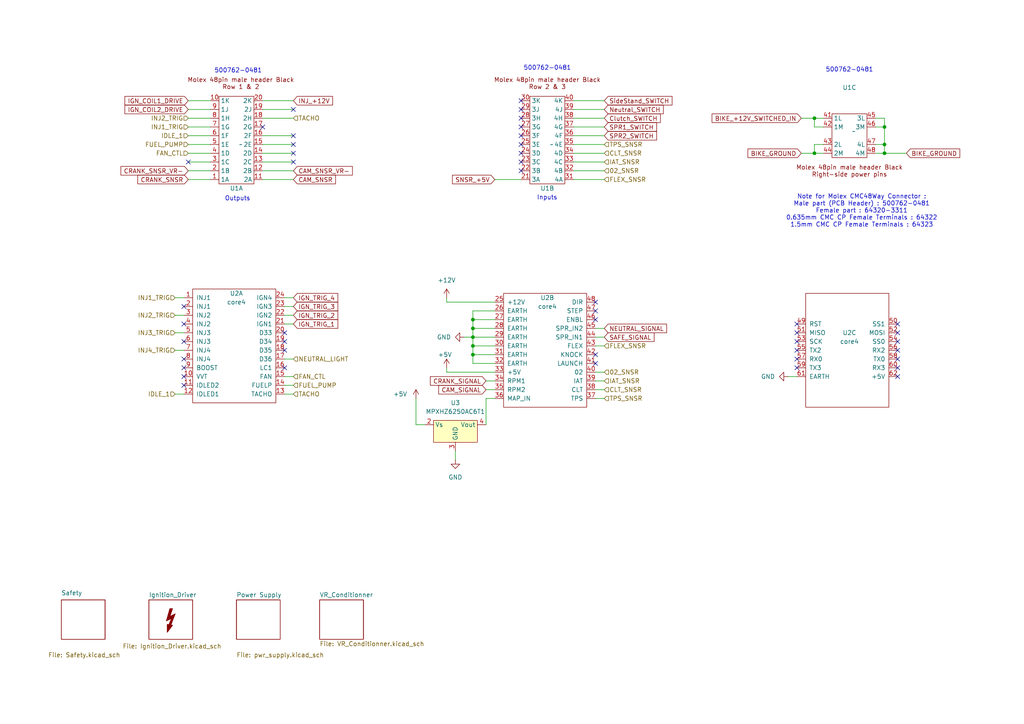
<source format=kicad_sch>
(kicad_sch (version 20231120) (generator "eeschema") (generator_version "8.0")
  (paper "A4")
  (lib_symbols
    (symbol "Core4:core4" (pin_names (offset 1.016))
      (property "Reference" "U" (at 3.81 17.78 0))
      (property "Value" "core4" (at 6.35 -19.05 0))
      (symbol "core4_0_1"
        (rectangle (start -12.7 15.24) (end 11.43 -17.78))
      )
      (symbol "core4_1_1"
        (pin input line (at -15.24 12.7 0) (length 2.54) (name "INJ1") (number "1"))
        (pin input line (at -15.24 -10.16 0) (length 2.54) (name "VVT") (number "10"))
        (pin input line (at -15.24 -12.7 0) (length 2.54) (name "IDLED2") (number "11"))
        (pin input line (at -15.24 -15.24 0) (length 2.54) (name "IDLED1") (number "12"))
        (pin input line (at 13.97 -15.24 180) (length 2.54) (name "TACHO") (number "13"))
        (pin input line (at 13.97 -12.7 180) (length 2.54) (name "FUELP") (number "14"))
        (pin input line (at 13.97 -10.16 180) (length 2.54) (name "FAN") (number "15"))
        (pin input line (at 13.97 -7.62 180) (length 2.54) (name "LC1") (number "16"))
        (pin input line (at 13.97 -5.08 180) (length 2.54) (name "D36") (number "17"))
        (pin input line (at 13.97 -2.54 180) (length 2.54) (name "D35") (number "18"))
        (pin input line (at 13.97 0 180) (length 2.54) (name "D34") (number "19"))
        (pin input line (at -15.24 10.16 0) (length 2.54) (name "INJ1") (number "2"))
        (pin input line (at 13.97 2.54 180) (length 2.54) (name "D33") (number "20"))
        (pin input line (at 13.97 5.08 180) (length 2.54) (name "IGN1") (number "21"))
        (pin input line (at 13.97 7.62 180) (length 2.54) (name "IGN2") (number "22"))
        (pin input line (at 13.97 10.16 180) (length 2.54) (name "IGN3") (number "23"))
        (pin input line (at 13.97 12.7 180) (length 2.54) (name "IGN4") (number "24"))
        (pin input line (at -15.24 7.62 0) (length 2.54) (name "INJ2") (number "3"))
        (pin input line (at -15.24 5.08 0) (length 2.54) (name "INJ2") (number "4"))
        (pin input line (at -15.24 2.54 0) (length 2.54) (name "INJ3") (number "5"))
        (pin input line (at -15.24 0 0) (length 2.54) (name "INJ3") (number "6"))
        (pin input line (at -15.24 -2.54 0) (length 2.54) (name "INJ4") (number "7"))
        (pin input line (at -15.24 -5.08 0) (length 2.54) (name "INJ4") (number "8"))
        (pin input line (at -15.24 -7.62 0) (length 2.54) (name "BOOST") (number "9"))
      )
      (symbol "core4_2_1"
        (pin input line (at -15.24 12.7 0) (length 2.54) (name "+12V") (number "25"))
        (pin input line (at -15.24 10.16 0) (length 2.54) (name "EARTH") (number "26"))
        (pin input line (at -15.24 7.62 0) (length 2.54) (name "EARTH") (number "27"))
        (pin input line (at -15.24 5.08 0) (length 2.54) (name "EARTH") (number "28"))
        (pin input line (at -15.24 2.54 0) (length 2.54) (name "EARTH") (number "29"))
        (pin input line (at -15.24 0 0) (length 2.54) (name "EARTH") (number "30"))
        (pin input line (at -15.24 -2.54 0) (length 2.54) (name "EARTH") (number "31"))
        (pin input line (at -15.24 -5.08 0) (length 2.54) (name "EARTH") (number "32"))
        (pin input line (at -15.24 -7.62 0) (length 2.54) (name "+5V") (number "33"))
        (pin input line (at -15.24 -10.16 0) (length 2.54) (name "RPM1") (number "34"))
        (pin input line (at -15.24 -12.7 0) (length 2.54) (name "RPM2") (number "35"))
        (pin input line (at -15.24 -15.24 0) (length 2.54) (name "MAP_IN") (number "36"))
        (pin input line (at 13.97 -15.24 180) (length 2.54) (name "TPS") (number "37"))
        (pin input line (at 13.97 -12.7 180) (length 2.54) (name "CLT") (number "38"))
        (pin input line (at 13.97 -10.16 180) (length 2.54) (name "IAT") (number "39"))
        (pin input line (at 13.97 -7.62 180) (length 2.54) (name "02") (number "40"))
        (pin input line (at 13.97 -5.08 180) (length 2.54) (name "LAUNCH") (number "41"))
        (pin input line (at 13.97 -2.54 180) (length 2.54) (name "KNOCK") (number "42"))
        (pin input line (at 13.97 0 180) (length 2.54) (name "FLEX") (number "43"))
        (pin input line (at 13.97 2.54 180) (length 2.54) (name "SPR_IN1") (number "44"))
        (pin input line (at 13.97 5.08 180) (length 2.54) (name "SPR_IN2") (number "45"))
        (pin input line (at 13.97 7.62 180) (length 2.54) (name "ENBL") (number "46"))
        (pin input line (at 13.97 10.16 180) (length 2.54) (name "STEP") (number "47"))
        (pin input line (at 13.97 12.7 180) (length 2.54) (name "DIR") (number "48"))
      )
      (symbol "core4_3_1"
        (pin input line (at -15.24 6.35 0) (length 2.54) (name "RST") (number "49"))
        (pin input line (at 13.97 6.35 180) (length 2.54) (name "SS1") (number "50"))
        (pin input line (at -15.24 3.81 0) (length 2.54) (name "MISO") (number "51"))
        (pin input line (at 13.97 3.81 180) (length 2.54) (name "MOSI") (number "52"))
        (pin input line (at -15.24 1.27 0) (length 2.54) (name "SCK") (number "53"))
        (pin input line (at 13.97 1.27 180) (length 2.54) (name "SS0") (number "54"))
        (pin input line (at -15.24 -1.27 0) (length 2.54) (name "TX2") (number "55"))
        (pin input line (at 13.97 -1.27 180) (length 2.54) (name "RX2") (number "56"))
        (pin input line (at -15.24 -3.81 0) (length 2.54) (name "RX0") (number "57"))
        (pin input line (at 13.97 -3.81 180) (length 2.54) (name "TX0") (number "58"))
        (pin input line (at -15.24 -6.35 0) (length 2.54) (name "TX3") (number "59"))
        (pin input line (at 13.97 -6.35 180) (length 2.54) (name "RX3") (number "60"))
        (pin input line (at -15.24 -8.89 0) (length 2.54) (name "EARTH") (number "61"))
        (pin input line (at 13.97 -8.89 180) (length 2.54) (name "+5V") (number "62"))
      )
    )
    (symbol "Graphic:SYM_Flash_Small" (in_bom no) (on_board no)
      (symbol "SYM_Flash_Small_0_1"
        (polyline (pts (xy 0.508 -1.016) (xy -1.016 -0.762) (xy -1.016 -3.048) (xy 0.508 -1.016)) (stroke (width 0.2032)) (fill (type outline)))
        (polyline (pts (xy -0.254 3.81) (xy 0.508 3.81) (xy -0.254 1.524) (xy 1.27 2.286) (xy 0 -1.016) (xy -0.508 -0.762) (xy 0.254 1.016) (xy -1.27 0.254) (xy -0.254 3.81)) (stroke (width 0.2032)) (fill (type outline)))
      )
    )
    (symbol "Molex_CMC_Conn:Molex_Conn_48_Male_Black"
      (property "Reference" "U3" (at 0 13.97 0))
      (property "Value" "~" (at 1.27 1.27 0))
      (symbol "Molex_Conn_48_Male_Black_1_1"
        (rectangle (start -5.08 12.7) (end 5.08 -12.7))
        (text "Molex 48pin male header Black\nRow 1 & 2" (at 1.27 -16.51 0) (effects (font (size 1.27 1.27))))
        (pin passive line (at -7.62 11.43 0) (length 2.54) (name "1A") (number "1"))
        (pin passive line (at -7.62 -11.43 0) (length 2.54) (name "1K") (number "10"))
        (pin passive line (at 7.62 11.43 180) (length 2.54) (name "2A") (number "11"))
        (pin passive line (at 7.62 8.89 180) (length 2.54) (name "2B") (number "12"))
        (pin passive line (at 7.62 6.35 180) (length 2.54) (name "2C") (number "13"))
        (pin passive line (at 7.62 3.81 180) (length 2.54) (name "2D") (number "14"))
        (pin passive line (at 7.62 1.27 180) (length 2.54) (name "2E") (number "15"))
        (pin passive line (at 7.62 -1.27 180) (length 2.54) (name "2F") (number "16"))
        (pin passive line (at 7.62 -3.81 180) (length 2.54) (name "2G") (number "17"))
        (pin passive line (at 7.62 -6.35 180) (length 2.54) (name "2H") (number "18"))
        (pin passive line (at 7.62 -8.89 180) (length 2.54) (name "2J") (number "19"))
        (pin passive line (at -7.62 8.89 0) (length 2.54) (name "1B") (number "2"))
        (pin passive line (at 7.62 -11.43 180) (length 2.54) (name "2K") (number "20"))
        (pin passive line (at -7.62 6.35 0) (length 2.54) (name "1C") (number "3"))
        (pin passive line (at -7.62 3.81 0) (length 2.54) (name "1D") (number "4"))
        (pin passive line (at -7.62 1.27 0) (length 2.54) (name "1E") (number "5"))
        (pin passive line (at -7.62 -1.27 0) (length 2.54) (name "1F") (number "6"))
        (pin passive line (at -7.62 -3.81 0) (length 2.54) (name "1G") (number "7"))
        (pin passive line (at -7.62 -6.35 0) (length 2.54) (name "1H") (number "8"))
        (pin passive line (at -7.62 -8.89 0) (length 2.54) (name "1J") (number "9"))
      )
      (symbol "Molex_Conn_48_Male_Black_2_1"
        (rectangle (start -5.08 12.7) (end 5.08 -12.7))
        (text "Molex 48pin male header Black\nRow 2 & 3" (at 0 -16.51 0) (effects (font (size 1.27 1.27))))
        (pin passive line (at -7.62 11.43 0) (length 2.54) (name "3A") (number "21"))
        (pin passive line (at -7.62 8.89 0) (length 2.54) (name "3B") (number "22"))
        (pin passive line (at -7.62 6.35 0) (length 2.54) (name "3C") (number "23"))
        (pin passive line (at -7.62 3.81 0) (length 2.54) (name "3D") (number "24"))
        (pin passive line (at -7.62 1.27 0) (length 2.54) (name "3E") (number "25"))
        (pin passive line (at -7.62 -1.27 0) (length 2.54) (name "3F") (number "26"))
        (pin passive line (at -7.62 -3.81 0) (length 2.54) (name "3G") (number "27"))
        (pin passive line (at -7.62 -6.35 0) (length 2.54) (name "3H") (number "28"))
        (pin passive line (at -7.62 -8.89 0) (length 2.54) (name "3J") (number "29"))
        (pin passive line (at -7.62 -11.43 0) (length 2.54) (name "3K") (number "30"))
        (pin passive line (at 7.62 11.43 180) (length 2.54) (name "4A") (number "31"))
        (pin passive line (at 7.62 8.89 180) (length 2.54) (name "4B") (number "32"))
        (pin passive line (at 7.62 6.35 180) (length 2.54) (name "4C") (number "33"))
        (pin passive line (at 7.62 3.81 180) (length 2.54) (name "4D") (number "34"))
        (pin passive line (at 7.62 1.27 180) (length 2.54) (name "4E") (number "35"))
        (pin passive line (at 7.62 -1.27 180) (length 2.54) (name "4F") (number "36"))
        (pin passive line (at 7.62 -3.81 180) (length 2.54) (name "4G") (number "37"))
        (pin passive line (at 7.62 -6.35 180) (length 2.54) (name "4H") (number "38"))
        (pin passive line (at 7.62 -8.89 180) (length 2.54) (name "4J") (number "39"))
        (pin passive line (at 7.62 -11.43 180) (length 2.54) (name "4K") (number "40"))
      )
      (symbol "Molex_Conn_48_Male_Black_3_1"
        (rectangle (start -5.08 6.35) (end 5.08 -6.35))
        (text "Molex 48pin male header Black\nRight-side power pins" (at 0 -10.16 0) (effects (font (size 1.27 1.27))))
        (pin passive line (at -7.62 5.08 0) (length 2.54) (name "1L") (number "41"))
        (pin passive line (at -7.62 2.54 0) (length 2.54) (name "1M") (number "42"))
        (pin passive line (at -7.62 -2.54 0) (length 2.54) (name "2L") (number "43"))
        (pin passive line (at -7.62 -5.08 0) (length 2.54) (name "2M") (number "44"))
        (pin passive line (at 7.62 5.08 180) (length 2.54) (name "3L") (number "45"))
        (pin passive line (at 7.62 2.54 180) (length 2.54) (name "3M") (number "46"))
        (pin passive line (at 7.62 -2.54 180) (length 2.54) (name "4L") (number "47"))
        (pin passive line (at 7.62 -5.08 180) (length 2.54) (name "4M") (number "48"))
      )
    )
    (symbol "Molex_Conn_48_Male_Black_1"
      (property "Reference" "U3" (at 0 13.97 0))
      (property "Value" "~" (at 1.27 1.27 0))
      (symbol "Molex_Conn_48_Male_Black_1_1_1"
        (rectangle (start -5.08 12.7) (end 5.08 -12.7))
        (text "Molex 48pin male header Black\nRow 1 & 2" (at 1.27 -16.51 0) (effects (font (size 1.27 1.27))))
        (pin passive line (at -7.62 11.43 0) (length 2.54) (name "1A") (number "1"))
        (pin passive line (at -7.62 -11.43 0) (length 2.54) (name "1K") (number "10"))
        (pin passive line (at 7.62 11.43 180) (length 2.54) (name "2A") (number "11"))
        (pin passive line (at 7.62 8.89 180) (length 2.54) (name "2B") (number "12"))
        (pin passive line (at 7.62 6.35 180) (length 2.54) (name "2C") (number "13"))
        (pin passive line (at 7.62 3.81 180) (length 2.54) (name "2D") (number "14"))
        (pin passive line (at 7.62 1.27 180) (length 2.54) (name "2E") (number "15"))
        (pin passive line (at 7.62 -1.27 180) (length 2.54) (name "2F") (number "16"))
        (pin passive line (at 7.62 -3.81 180) (length 2.54) (name "2G") (number "17"))
        (pin passive line (at 7.62 -6.35 180) (length 2.54) (name "2H") (number "18"))
        (pin passive line (at 7.62 -8.89 180) (length 2.54) (name "2J") (number "19"))
        (pin passive line (at -7.62 8.89 0) (length 2.54) (name "1B") (number "2"))
        (pin passive line (at 7.62 -11.43 180) (length 2.54) (name "2K") (number "20"))
        (pin passive line (at -7.62 6.35 0) (length 2.54) (name "1C") (number "3"))
        (pin passive line (at -7.62 3.81 0) (length 2.54) (name "1D") (number "4"))
        (pin passive line (at -7.62 1.27 0) (length 2.54) (name "1E") (number "5"))
        (pin passive line (at -7.62 -1.27 0) (length 2.54) (name "1F") (number "6"))
        (pin passive line (at -7.62 -3.81 0) (length 2.54) (name "1G") (number "7"))
        (pin passive line (at -7.62 -6.35 0) (length 2.54) (name "1H") (number "8"))
        (pin passive line (at -7.62 -8.89 0) (length 2.54) (name "1J") (number "9"))
      )
      (symbol "Molex_Conn_48_Male_Black_1_2_1"
        (rectangle (start -5.08 12.7) (end 5.08 -12.7))
        (text "Molex 48pin male header Black\nRow 2 & 3" (at 0 -16.51 0) (effects (font (size 1.27 1.27))))
        (pin passive line (at -7.62 11.43 0) (length 2.54) (name "3A") (number "21"))
        (pin passive line (at -7.62 8.89 0) (length 2.54) (name "3B") (number "22"))
        (pin passive line (at -7.62 6.35 0) (length 2.54) (name "3C") (number "23"))
        (pin passive line (at -7.62 3.81 0) (length 2.54) (name "3D") (number "24"))
        (pin passive line (at -7.62 1.27 0) (length 2.54) (name "3E") (number "25"))
        (pin passive line (at -7.62 -1.27 0) (length 2.54) (name "3F") (number "26"))
        (pin passive line (at -7.62 -3.81 0) (length 2.54) (name "3G") (number "27"))
        (pin passive line (at -7.62 -6.35 0) (length 2.54) (name "3H") (number "28"))
        (pin passive line (at -7.62 -8.89 0) (length 2.54) (name "3J") (number "29"))
        (pin passive line (at -7.62 -11.43 0) (length 2.54) (name "3K") (number "30"))
        (pin passive line (at 7.62 11.43 180) (length 2.54) (name "4A") (number "31"))
        (pin passive line (at 7.62 8.89 180) (length 2.54) (name "4B") (number "32"))
        (pin passive line (at 7.62 6.35 180) (length 2.54) (name "4C") (number "33"))
        (pin passive line (at 7.62 3.81 180) (length 2.54) (name "4D") (number "34"))
        (pin passive line (at 7.62 1.27 180) (length 2.54) (name "4E") (number "35"))
        (pin passive line (at 7.62 -1.27 180) (length 2.54) (name "4F") (number "36"))
        (pin passive line (at 7.62 -3.81 180) (length 2.54) (name "4G") (number "37"))
        (pin passive line (at 7.62 -6.35 180) (length 2.54) (name "4H") (number "38"))
        (pin passive line (at 7.62 -8.89 180) (length 2.54) (name "4J") (number "39"))
        (pin passive line (at 7.62 -11.43 180) (length 2.54) (name "4K") (number "40"))
      )
      (symbol "Molex_Conn_48_Male_Black_1_3_1"
        (rectangle (start -5.08 6.35) (end 5.08 -6.35))
        (text "Molex 48pin male header Black\nRight-side power pins" (at 0 -10.16 0) (effects (font (size 1.27 1.27))))
        (pin passive line (at -7.62 5.08 0) (length 2.54) (name "1L") (number "41"))
        (pin passive line (at -7.62 2.54 0) (length 2.54) (name "1M") (number "42"))
        (pin passive line (at -7.62 -2.54 0) (length 2.54) (name "2L") (number "43"))
        (pin passive line (at -7.62 -5.08 0) (length 2.54) (name "2M") (number "44"))
        (pin passive line (at 7.62 5.08 180) (length 2.54) (name "3L") (number "45"))
        (pin passive line (at 7.62 2.54 180) (length 2.54) (name "3M") (number "46"))
        (pin passive line (at 7.62 -2.54 180) (length 2.54) (name "4L") (number "47"))
        (pin passive line (at 7.62 -5.08 180) (length 2.54) (name "4M") (number "48"))
      )
    )
    (symbol "Molex_Conn_48_Male_Black_2"
      (property "Reference" "U3" (at 0 13.97 0))
      (property "Value" "~" (at 1.27 1.27 0))
      (symbol "Molex_Conn_48_Male_Black_2_1_1"
        (rectangle (start -5.08 12.7) (end 5.08 -12.7))
        (text "Molex 48pin male header Black\nRow 1 & 2" (at 1.27 -16.51 0) (effects (font (size 1.27 1.27))))
        (pin passive line (at -7.62 11.43 0) (length 2.54) (name "1A") (number "1"))
        (pin passive line (at -7.62 -11.43 0) (length 2.54) (name "1K") (number "10"))
        (pin passive line (at 7.62 11.43 180) (length 2.54) (name "2A") (number "11"))
        (pin passive line (at 7.62 8.89 180) (length 2.54) (name "2B") (number "12"))
        (pin passive line (at 7.62 6.35 180) (length 2.54) (name "2C") (number "13"))
        (pin passive line (at 7.62 3.81 180) (length 2.54) (name "2D") (number "14"))
        (pin passive line (at 7.62 1.27 180) (length 2.54) (name "2E") (number "15"))
        (pin passive line (at 7.62 -1.27 180) (length 2.54) (name "2F") (number "16"))
        (pin passive line (at 7.62 -3.81 180) (length 2.54) (name "2G") (number "17"))
        (pin passive line (at 7.62 -6.35 180) (length 2.54) (name "2H") (number "18"))
        (pin passive line (at 7.62 -8.89 180) (length 2.54) (name "2J") (number "19"))
        (pin passive line (at -7.62 8.89 0) (length 2.54) (name "1B") (number "2"))
        (pin passive line (at 7.62 -11.43 180) (length 2.54) (name "2K") (number "20"))
        (pin passive line (at -7.62 6.35 0) (length 2.54) (name "1C") (number "3"))
        (pin passive line (at -7.62 3.81 0) (length 2.54) (name "1D") (number "4"))
        (pin passive line (at -7.62 1.27 0) (length 2.54) (name "1E") (number "5"))
        (pin passive line (at -7.62 -1.27 0) (length 2.54) (name "1F") (number "6"))
        (pin passive line (at -7.62 -3.81 0) (length 2.54) (name "1G") (number "7"))
        (pin passive line (at -7.62 -6.35 0) (length 2.54) (name "1H") (number "8"))
        (pin passive line (at -7.62 -8.89 0) (length 2.54) (name "1J") (number "9"))
      )
      (symbol "Molex_Conn_48_Male_Black_2_2_1"
        (rectangle (start -5.08 12.7) (end 5.08 -12.7))
        (text "Molex 48pin male header Black\nRow 2 & 3" (at 0 -16.51 0) (effects (font (size 1.27 1.27))))
        (pin passive line (at -7.62 11.43 0) (length 2.54) (name "3A") (number "21"))
        (pin passive line (at -7.62 8.89 0) (length 2.54) (name "3B") (number "22"))
        (pin passive line (at -7.62 6.35 0) (length 2.54) (name "3C") (number "23"))
        (pin passive line (at -7.62 3.81 0) (length 2.54) (name "3D") (number "24"))
        (pin passive line (at -7.62 1.27 0) (length 2.54) (name "3E") (number "25"))
        (pin passive line (at -7.62 -1.27 0) (length 2.54) (name "3F") (number "26"))
        (pin passive line (at -7.62 -3.81 0) (length 2.54) (name "3G") (number "27"))
        (pin passive line (at -7.62 -6.35 0) (length 2.54) (name "3H") (number "28"))
        (pin passive line (at -7.62 -8.89 0) (length 2.54) (name "3J") (number "29"))
        (pin passive line (at -7.62 -11.43 0) (length 2.54) (name "3K") (number "30"))
        (pin passive line (at 7.62 11.43 180) (length 2.54) (name "4A") (number "31"))
        (pin passive line (at 7.62 8.89 180) (length 2.54) (name "4B") (number "32"))
        (pin passive line (at 7.62 6.35 180) (length 2.54) (name "4C") (number "33"))
        (pin passive line (at 7.62 3.81 180) (length 2.54) (name "4D") (number "34"))
        (pin passive line (at 7.62 1.27 180) (length 2.54) (name "4E") (number "35"))
        (pin passive line (at 7.62 -1.27 180) (length 2.54) (name "4F") (number "36"))
        (pin passive line (at 7.62 -3.81 180) (length 2.54) (name "4G") (number "37"))
        (pin passive line (at 7.62 -6.35 180) (length 2.54) (name "4H") (number "38"))
        (pin passive line (at 7.62 -8.89 180) (length 2.54) (name "4J") (number "39"))
        (pin passive line (at 7.62 -11.43 180) (length 2.54) (name "4K") (number "40"))
      )
      (symbol "Molex_Conn_48_Male_Black_2_3_1"
        (rectangle (start -5.08 6.35) (end 5.08 -6.35))
        (text "Molex 48pin male header Black\nRight-side power pins" (at 0 -10.16 0) (effects (font (size 1.27 1.27))))
        (pin passive line (at -7.62 5.08 0) (length 2.54) (name "1L") (number "41"))
        (pin passive line (at -7.62 2.54 0) (length 2.54) (name "1M") (number "42"))
        (pin passive line (at -7.62 -2.54 0) (length 2.54) (name "2L") (number "43"))
        (pin passive line (at -7.62 -5.08 0) (length 2.54) (name "2M") (number "44"))
        (pin passive line (at 7.62 5.08 180) (length 2.54) (name "3L") (number "45"))
        (pin passive line (at 7.62 2.54 180) (length 2.54) (name "3M") (number "46"))
        (pin passive line (at 7.62 -2.54 180) (length 2.54) (name "4L") (number "47"))
        (pin passive line (at 7.62 -5.08 180) (length 2.54) (name "4M") (number "48"))
      )
    )
    (symbol "Speeduino_Misc:MPXHZ6250AC6T1"
      (property "Reference" "U" (at 0 8.89 0))
      (property "Value" "MPXHZ6250AC6T1" (at 0 6.35 0))
      (symbol "MPXHZ6250AC6T1_1_1"
        (rectangle (start -6.35 3.81) (end 6.35 -2.54) (fill (type background)))
        (pin input line (at -8.89 2.54 0) (length 2.54) (name "Vs") (number "2"))
        (pin input line (at 0 -5.08 90) (length 2.54) (name "GND") (number "3"))
        (pin input line (at 8.89 2.54 180) (length 2.54) (name "Vout") (number "4"))
      )
    )
    (symbol "core4_1" (pin_names (offset 1.016))
      (property "Reference" "U1" (at 0 3.81 0))
      (property "Value" "core4" (at 0 1.27 0))
      (symbol "core4_1_0_1"
        (rectangle (start -12.7 15.24) (end 11.43 -17.78))
      )
      (symbol "core4_1_1_1"
        (pin output line (at -15.24 12.7 0) (length 2.54) (name "INJ1") (number "1"))
        (pin output line (at -15.24 -10.16 0) (length 2.54) (name "VVT") (number "10"))
        (pin output line (at -15.24 -12.7 0) (length 2.54) (name "IDLED2") (number "11"))
        (pin output line (at -15.24 -15.24 0) (length 2.54) (name "IDLED1") (number "12"))
        (pin output line (at 13.97 -15.24 180) (length 2.54) (name "TACHO") (number "13"))
        (pin output line (at 13.97 -12.7 180) (length 2.54) (name "FUELP") (number "14"))
        (pin output line (at 13.97 -10.16 180) (length 2.54) (name "FAN") (number "15"))
        (pin input line (at 13.97 -7.62 180) (length 2.54) (name "LC1") (number "16"))
        (pin bidirectional line (at 13.97 -5.08 180) (length 2.54) (name "D36") (number "17"))
        (pin bidirectional line (at 13.97 -2.54 180) (length 2.54) (name "D35") (number "18"))
        (pin bidirectional line (at 13.97 0 180) (length 2.54) (name "D34") (number "19"))
        (pin output line (at -15.24 10.16 0) (length 2.54) (name "INJ1") (number "2"))
        (pin bidirectional line (at 13.97 2.54 180) (length 2.54) (name "D33") (number "20"))
        (pin output line (at 13.97 5.08 180) (length 2.54) (name "IGN1") (number "21"))
        (pin output line (at 13.97 7.62 180) (length 2.54) (name "IGN2") (number "22"))
        (pin output line (at 13.97 10.16 180) (length 2.54) (name "IGN3") (number "23"))
        (pin output line (at 13.97 12.7 180) (length 2.54) (name "IGN4") (number "24"))
        (pin output line (at -15.24 7.62 0) (length 2.54) (name "INJ2") (number "3"))
        (pin output line (at -15.24 5.08 0) (length 2.54) (name "INJ2") (number "4"))
        (pin output line (at -15.24 2.54 0) (length 2.54) (name "INJ3") (number "5"))
        (pin output line (at -15.24 0 0) (length 2.54) (name "INJ3") (number "6"))
        (pin output line (at -15.24 -2.54 0) (length 2.54) (name "INJ4") (number "7"))
        (pin output line (at -15.24 -5.08 0) (length 2.54) (name "INJ4") (number "8"))
        (pin output line (at -15.24 -7.62 0) (length 2.54) (name "BOOST") (number "9"))
      )
      (symbol "core4_1_2_1"
        (pin input line (at -15.24 12.7 0) (length 2.54) (name "+12V") (number "25"))
        (pin input line (at -15.24 10.16 0) (length 2.54) (name "EARTH") (number "26"))
        (pin input line (at -15.24 7.62 0) (length 2.54) (name "EARTH") (number "27"))
        (pin input line (at -15.24 5.08 0) (length 2.54) (name "EARTH") (number "28"))
        (pin input line (at -15.24 2.54 0) (length 2.54) (name "EARTH") (number "29"))
        (pin input line (at -15.24 0 0) (length 2.54) (name "EARTH") (number "30"))
        (pin input line (at -15.24 -2.54 0) (length 2.54) (name "EARTH") (number "31"))
        (pin input line (at -15.24 -5.08 0) (length 2.54) (name "EARTH") (number "32"))
        (pin output line (at -15.24 -7.62 0) (length 2.54) (name "+5V") (number "33"))
        (pin input line (at -15.24 -10.16 0) (length 2.54) (name "RPM1") (number "34"))
        (pin input line (at -15.24 -12.7 0) (length 2.54) (name "RPM2") (number "35"))
        (pin input line (at -15.24 -15.24 0) (length 2.54) (name "MAP_IN") (number "36"))
        (pin input line (at 13.97 -15.24 180) (length 2.54) (name "TPS") (number "37"))
        (pin input line (at 13.97 -12.7 180) (length 2.54) (name "CLT") (number "38"))
        (pin input line (at 13.97 -10.16 180) (length 2.54) (name "IAT") (number "39"))
        (pin input line (at 13.97 -7.62 180) (length 2.54) (name "02") (number "40"))
        (pin input line (at 13.97 -5.08 180) (length 2.54) (name "LAUNCH") (number "41"))
        (pin input line (at 13.97 -2.54 180) (length 2.54) (name "KNOCK") (number "42"))
        (pin input line (at 13.97 0 180) (length 2.54) (name "FLEX") (number "43"))
        (pin input line (at 13.97 2.54 180) (length 2.54) (name "SPR_IN1") (number "44"))
        (pin input line (at 13.97 5.08 180) (length 2.54) (name "SPR_IN2") (number "45"))
        (pin input line (at 13.97 7.62 180) (length 2.54) (name "ENBL") (number "46"))
        (pin input line (at 13.97 10.16 180) (length 2.54) (name "STEP") (number "47"))
        (pin input line (at 13.97 12.7 180) (length 2.54) (name "DIR") (number "48"))
      )
      (symbol "core4_1_3_1"
        (pin input line (at -15.24 6.35 0) (length 2.54) (name "RST") (number "49"))
        (pin input line (at 13.97 6.35 180) (length 2.54) (name "SS1") (number "50"))
        (pin input line (at -15.24 3.81 0) (length 2.54) (name "MISO") (number "51"))
        (pin input line (at 13.97 3.81 180) (length 2.54) (name "MOSI") (number "52"))
        (pin input line (at -15.24 1.27 0) (length 2.54) (name "SCK") (number "53"))
        (pin input line (at 13.97 1.27 180) (length 2.54) (name "SS0") (number "54"))
        (pin input line (at -15.24 -1.27 0) (length 2.54) (name "TX2") (number "55"))
        (pin input line (at 13.97 -1.27 180) (length 2.54) (name "RX2") (number "56"))
        (pin input line (at -15.24 -3.81 0) (length 2.54) (name "RX0") (number "57"))
        (pin input line (at 13.97 -3.81 180) (length 2.54) (name "TX0") (number "58"))
        (pin input line (at -15.24 -6.35 0) (length 2.54) (name "TX3") (number "59"))
        (pin input line (at 13.97 -6.35 180) (length 2.54) (name "RX3") (number "60"))
        (pin input line (at -15.24 -8.89 0) (length 2.54) (name "EARTH") (number "61"))
        (pin input line (at 13.97 -8.89 180) (length 2.54) (name "+5V") (number "62"))
      )
    )
    (symbol "core4_2" (pin_names (offset 1.016))
      (property "Reference" "U1" (at 0 3.81 0))
      (property "Value" "core4" (at 0 1.27 0))
      (symbol "core4_2_0_1"
        (rectangle (start -12.7 15.24) (end 11.43 -17.78))
      )
      (symbol "core4_2_1_1"
        (pin output line (at -15.24 12.7 0) (length 2.54) (name "INJ1") (number "1"))
        (pin output line (at -15.24 -10.16 0) (length 2.54) (name "VVT") (number "10"))
        (pin output line (at -15.24 -12.7 0) (length 2.54) (name "IDLED2") (number "11"))
        (pin output line (at -15.24 -15.24 0) (length 2.54) (name "IDLED1") (number "12"))
        (pin output line (at 13.97 -15.24 180) (length 2.54) (name "TACHO") (number "13"))
        (pin output line (at 13.97 -12.7 180) (length 2.54) (name "FUELP") (number "14"))
        (pin output line (at 13.97 -10.16 180) (length 2.54) (name "FAN") (number "15"))
        (pin input line (at 13.97 -7.62 180) (length 2.54) (name "LC1") (number "16"))
        (pin bidirectional line (at 13.97 -5.08 180) (length 2.54) (name "D36") (number "17"))
        (pin bidirectional line (at 13.97 -2.54 180) (length 2.54) (name "D35") (number "18"))
        (pin bidirectional line (at 13.97 0 180) (length 2.54) (name "D34") (number "19"))
        (pin output line (at -15.24 10.16 0) (length 2.54) (name "INJ1") (number "2"))
        (pin bidirectional line (at 13.97 2.54 180) (length 2.54) (name "D33") (number "20"))
        (pin output line (at 13.97 5.08 180) (length 2.54) (name "IGN1") (number "21"))
        (pin output line (at 13.97 7.62 180) (length 2.54) (name "IGN2") (number "22"))
        (pin output line (at 13.97 10.16 180) (length 2.54) (name "IGN3") (number "23"))
        (pin output line (at 13.97 12.7 180) (length 2.54) (name "IGN4") (number "24"))
        (pin output line (at -15.24 7.62 0) (length 2.54) (name "INJ2") (number "3"))
        (pin output line (at -15.24 5.08 0) (length 2.54) (name "INJ2") (number "4"))
        (pin output line (at -15.24 2.54 0) (length 2.54) (name "INJ3") (number "5"))
        (pin output line (at -15.24 0 0) (length 2.54) (name "INJ3") (number "6"))
        (pin output line (at -15.24 -2.54 0) (length 2.54) (name "INJ4") (number "7"))
        (pin output line (at -15.24 -5.08 0) (length 2.54) (name "INJ4") (number "8"))
        (pin output line (at -15.24 -7.62 0) (length 2.54) (name "BOOST") (number "9"))
      )
      (symbol "core4_2_2_1"
        (pin input line (at -15.24 12.7 0) (length 2.54) (name "+12V") (number "25"))
        (pin input line (at -15.24 10.16 0) (length 2.54) (name "EARTH") (number "26"))
        (pin input line (at -15.24 7.62 0) (length 2.54) (name "EARTH") (number "27"))
        (pin input line (at -15.24 5.08 0) (length 2.54) (name "EARTH") (number "28"))
        (pin input line (at -15.24 2.54 0) (length 2.54) (name "EARTH") (number "29"))
        (pin input line (at -15.24 0 0) (length 2.54) (name "EARTH") (number "30"))
        (pin input line (at -15.24 -2.54 0) (length 2.54) (name "EARTH") (number "31"))
        (pin input line (at -15.24 -5.08 0) (length 2.54) (name "EARTH") (number "32"))
        (pin output line (at -15.24 -7.62 0) (length 2.54) (name "+5V") (number "33"))
        (pin input line (at -15.24 -10.16 0) (length 2.54) (name "RPM1") (number "34"))
        (pin input line (at -15.24 -12.7 0) (length 2.54) (name "RPM2") (number "35"))
        (pin input line (at -15.24 -15.24 0) (length 2.54) (name "MAP_IN") (number "36"))
        (pin input line (at 13.97 -15.24 180) (length 2.54) (name "TPS") (number "37"))
        (pin input line (at 13.97 -12.7 180) (length 2.54) (name "CLT") (number "38"))
        (pin input line (at 13.97 -10.16 180) (length 2.54) (name "IAT") (number "39"))
        (pin input line (at 13.97 -7.62 180) (length 2.54) (name "02") (number "40"))
        (pin input line (at 13.97 -5.08 180) (length 2.54) (name "LAUNCH") (number "41"))
        (pin input line (at 13.97 -2.54 180) (length 2.54) (name "KNOCK") (number "42"))
        (pin input line (at 13.97 0 180) (length 2.54) (name "FLEX") (number "43"))
        (pin input line (at 13.97 2.54 180) (length 2.54) (name "SPR_IN1") (number "44"))
        (pin input line (at 13.97 5.08 180) (length 2.54) (name "SPR_IN2") (number "45"))
        (pin input line (at 13.97 7.62 180) (length 2.54) (name "ENBL") (number "46"))
        (pin input line (at 13.97 10.16 180) (length 2.54) (name "STEP") (number "47"))
        (pin input line (at 13.97 12.7 180) (length 2.54) (name "DIR") (number "48"))
      )
      (symbol "core4_2_3_1"
        (pin input line (at -15.24 6.35 0) (length 2.54) (name "RST") (number "49"))
        (pin input line (at 13.97 6.35 180) (length 2.54) (name "SS1") (number "50"))
        (pin input line (at -15.24 3.81 0) (length 2.54) (name "MISO") (number "51"))
        (pin input line (at 13.97 3.81 180) (length 2.54) (name "MOSI") (number "52"))
        (pin input line (at -15.24 1.27 0) (length 2.54) (name "SCK") (number "53"))
        (pin input line (at 13.97 1.27 180) (length 2.54) (name "SS0") (number "54"))
        (pin input line (at -15.24 -1.27 0) (length 2.54) (name "TX2") (number "55"))
        (pin input line (at 13.97 -1.27 180) (length 2.54) (name "RX2") (number "56"))
        (pin input line (at -15.24 -3.81 0) (length 2.54) (name "RX0") (number "57"))
        (pin input line (at 13.97 -3.81 180) (length 2.54) (name "TX0") (number "58"))
        (pin input line (at -15.24 -6.35 0) (length 2.54) (name "TX3") (number "59"))
        (pin input line (at 13.97 -6.35 180) (length 2.54) (name "RX3") (number "60"))
        (pin input line (at -15.24 -8.89 0) (length 2.54) (name "EARTH") (number "61"))
        (pin input line (at 13.97 -8.89 180) (length 2.54) (name "+5V") (number "62"))
      )
    )
    (symbol "power:+12V" (power) (pin_names (offset 0))
      (property "Value" "+12V" (at 0 3.556 0))
      (symbol "+12V_0_1"
        (polyline (pts (xy -0.762 1.27) (xy 0 2.54)))
        (polyline (pts (xy 0 0) (xy 0 2.54)))
        (polyline (pts (xy 0 2.54) (xy 0.762 1.27)))
      )
      (symbol "+12V_1_1"
        (pin power_in line (at 0 0 90) (length 0) hide (name "+12V") (number "1"))
      )
    )
    (symbol "power:+5V" (power) (pin_names (offset 0))
      (property "Value" "+5V" (at 0 3.556 0))
      (symbol "+5V_0_1"
        (polyline (pts (xy -0.762 1.27) (xy 0 2.54)))
        (polyline (pts (xy 0 0) (xy 0 2.54)))
        (polyline (pts (xy 0 2.54) (xy 0.762 1.27)))
      )
      (symbol "+5V_1_1"
        (pin power_in line (at 0 0 90) (length 0) hide (name "+5V") (number "1"))
      )
    )
    (symbol "power:GND" (power) (pin_names (offset 0))
      (property "Value" "GND" (at 0 -3.81 0))
      (symbol "GND_0_1"
        (polyline (pts (xy 0 0) (xy 0 -1.27) (xy 1.27 -1.27) (xy 0 -2.54) (xy -1.27 -1.27) (xy 0 -1.27)))
      )
      (symbol "GND_1_1"
        (pin power_in line (at 0 0 270) (length 0) hide (name "GND") (number "1"))
      )
    )
  )
  (junction (at 137.16 97.79))
  (junction (at 137.16 102.87))
  (junction (at 256.54 36.83))
  (junction (at 137.16 100.33))
  (junction (at 256.54 41.91))
  (junction (at 137.16 95.25))
  (junction (at 236.22 44.45))
  (junction (at 137.16 92.71))
  (junction (at 236.22 34.29))
  (junction (at 256.54 44.45))
  (no_connect (at 231.14 96.52))
  (no_connect (at 151.13 39.37))
  (no_connect (at 151.13 46.99))
  (no_connect (at 82.55 106.68))
  (no_connect (at 82.55 96.52))
  (no_connect (at 231.14 101.6))
  (no_connect (at 260.35 99.06))
  (no_connect (at 151.13 34.29))
  (no_connect (at 172.72 87.63))
  (no_connect (at 151.13 29.21))
  (no_connect (at 53.34 88.9))
  (no_connect (at 85.09 44.45))
  (no_connect (at 85.09 39.37))
  (no_connect (at 260.35 109.22))
  (no_connect (at 260.35 104.14))
  (no_connect (at 172.72 92.71))
  (no_connect (at 53.34 104.14))
  (no_connect (at 260.35 106.68))
  (no_connect (at 260.35 93.98))
  (no_connect (at 85.09 31.75))
  (no_connect (at 151.13 36.83))
  (no_connect (at 260.35 101.6))
  (no_connect (at 151.13 31.75))
  (no_connect (at 172.72 105.41))
  (no_connect (at 53.34 109.22))
  (no_connect (at 260.35 96.52))
  (no_connect (at 231.14 99.06))
  (no_connect (at 85.09 41.91))
  (no_connect (at 82.55 101.6))
  (no_connect (at 151.13 49.53))
  (no_connect (at 76.2 36.83))
  (no_connect (at 53.34 99.06))
  (no_connect (at 85.09 46.99))
  (no_connect (at 151.13 41.91))
  (no_connect (at 54.61 46.99))
  (no_connect (at 231.14 104.14))
  (no_connect (at 53.34 111.76))
  (no_connect (at 82.55 99.06))
  (no_connect (at 53.34 106.68))
  (no_connect (at 172.72 102.87))
  (no_connect (at 172.72 90.17))
  (no_connect (at 53.34 93.98))
  (no_connect (at 231.14 93.98))
  (no_connect (at 151.13 44.45))
  (no_connect (at 231.14 106.68))
  (wire (pts (xy 50.8 91.44) (xy 53.34 91.44)))
  (wire (pts (xy 82.55 114.3) (xy 85.09 114.3)))
  (wire (pts (xy 256.54 34.29) (xy 256.54 36.83)))
  (wire (pts (xy 132.08 130.81) (xy 132.08 133.35)))
  (wire (pts (xy 140.97 115.57) (xy 143.51 115.57)))
  (wire (pts (xy 137.16 100.33) (xy 143.51 100.33)))
  (wire (pts (xy 129.54 87.63) (xy 143.51 87.63)))
  (wire (pts (xy 54.61 41.91) (xy 60.96 41.91)))
  (wire (pts (xy 166.37 41.91) (xy 175.26 41.91)))
  (wire (pts (xy 50.8 96.52) (xy 53.34 96.52)))
  (wire (pts (xy 256.54 44.45) (xy 262.89 44.45)))
  (wire (pts (xy 120.65 115.57) (xy 120.65 123.19)))
  (wire (pts (xy 54.61 29.21) (xy 60.96 29.21)))
  (wire (pts (xy 254 34.29) (xy 256.54 34.29)))
  (wire (pts (xy 236.22 41.91) (xy 236.22 44.45)))
  (wire (pts (xy 82.55 111.76) (xy 85.09 111.76)))
  (wire (pts (xy 172.72 107.95) (xy 175.26 107.95)))
  (wire (pts (xy 137.16 102.87) (xy 143.51 102.87)))
  (wire (pts (xy 76.2 31.75) (xy 85.09 31.75)))
  (wire (pts (xy 143.51 52.07) (xy 151.13 52.07)))
  (wire (pts (xy 172.72 113.03) (xy 175.26 113.03)))
  (wire (pts (xy 82.55 93.98) (xy 85.09 93.98)))
  (wire (pts (xy 143.51 105.41) (xy 137.16 105.41)))
  (wire (pts (xy 140.97 113.03) (xy 143.51 113.03)))
  (wire (pts (xy 137.16 100.33) (xy 137.16 97.79)))
  (wire (pts (xy 238.76 34.29) (xy 236.22 34.29)))
  (wire (pts (xy 236.22 41.91) (xy 238.76 41.91)))
  (wire (pts (xy 238.76 36.83) (xy 236.22 36.83)))
  (wire (pts (xy 172.72 95.25) (xy 175.26 95.25)))
  (wire (pts (xy 172.72 115.57) (xy 175.26 115.57)))
  (wire (pts (xy 137.16 102.87) (xy 137.16 100.33)))
  (wire (pts (xy 256.54 41.91) (xy 256.54 36.83)))
  (wire (pts (xy 82.55 104.14) (xy 85.09 104.14)))
  (wire (pts (xy 172.72 110.49) (xy 175.26 110.49)))
  (wire (pts (xy 254 44.45) (xy 256.54 44.45)))
  (wire (pts (xy 137.16 92.71) (xy 143.51 92.71)))
  (wire (pts (xy 166.37 36.83) (xy 175.26 36.83)))
  (wire (pts (xy 54.61 44.45) (xy 60.96 44.45)))
  (wire (pts (xy 129.54 107.95) (xy 143.51 107.95)))
  (wire (pts (xy 82.55 91.44) (xy 85.09 91.44)))
  (wire (pts (xy 54.61 34.29) (xy 60.96 34.29)))
  (wire (pts (xy 137.16 97.79) (xy 143.51 97.79)))
  (wire (pts (xy 76.2 52.07) (xy 85.09 52.07)))
  (wire (pts (xy 50.8 114.3) (xy 53.34 114.3)))
  (wire (pts (xy 166.37 31.75) (xy 175.26 31.75)))
  (wire (pts (xy 166.37 46.99) (xy 175.26 46.99)))
  (wire (pts (xy 54.61 39.37) (xy 60.96 39.37)))
  (wire (pts (xy 166.37 44.45) (xy 175.26 44.45)))
  (wire (pts (xy 54.61 52.07) (xy 60.96 52.07)))
  (wire (pts (xy 254 36.83) (xy 256.54 36.83)))
  (wire (pts (xy 172.72 100.33) (xy 175.26 100.33)))
  (wire (pts (xy 54.61 31.75) (xy 60.96 31.75)))
  (wire (pts (xy 166.37 49.53) (xy 175.26 49.53)))
  (wire (pts (xy 254 41.91) (xy 256.54 41.91)))
  (wire (pts (xy 76.2 49.53) (xy 85.09 49.53)))
  (wire (pts (xy 166.37 29.21) (xy 175.26 29.21)))
  (wire (pts (xy 236.22 44.45) (xy 238.76 44.45)))
  (wire (pts (xy 137.16 90.17) (xy 137.16 92.71)))
  (wire (pts (xy 54.61 46.99) (xy 60.96 46.99)))
  (wire (pts (xy 166.37 39.37) (xy 175.26 39.37)))
  (wire (pts (xy 256.54 44.45) (xy 256.54 41.91)))
  (wire (pts (xy 54.61 36.83) (xy 60.96 36.83)))
  (wire (pts (xy 54.61 49.53) (xy 60.96 49.53)))
  (wire (pts (xy 236.22 34.29) (xy 232.41 34.29)))
  (wire (pts (xy 129.54 86.36) (xy 129.54 87.63)))
  (wire (pts (xy 137.16 95.25) (xy 143.51 95.25)))
  (wire (pts (xy 129.54 106.68) (xy 129.54 107.95)))
  (wire (pts (xy 76.2 44.45) (xy 85.09 44.45)))
  (wire (pts (xy 140.97 110.49) (xy 143.51 110.49)))
  (wire (pts (xy 228.6 109.22) (xy 231.14 109.22)))
  (wire (pts (xy 76.2 29.21) (xy 85.09 29.21)))
  (wire (pts (xy 236.22 36.83) (xy 236.22 34.29)))
  (wire (pts (xy 76.2 34.29) (xy 85.09 34.29)))
  (wire (pts (xy 137.16 95.25) (xy 137.16 97.79)))
  (wire (pts (xy 166.37 52.07) (xy 175.26 52.07)))
  (wire (pts (xy 143.51 90.17) (xy 137.16 90.17)))
  (wire (pts (xy 82.55 88.9) (xy 85.09 88.9)))
  (wire (pts (xy 82.55 86.36) (xy 85.09 86.36)))
  (wire (pts (xy 140.97 123.19) (xy 140.97 115.57)))
  (wire (pts (xy 50.8 86.36) (xy 53.34 86.36)))
  (wire (pts (xy 232.41 44.45) (xy 236.22 44.45)))
  (wire (pts (xy 76.2 41.91) (xy 85.09 41.91)))
  (wire (pts (xy 76.2 46.99) (xy 85.09 46.99)))
  (wire (pts (xy 76.2 39.37) (xy 85.09 39.37)))
  (wire (pts (xy 166.37 34.29) (xy 175.26 34.29)))
  (wire (pts (xy 137.16 97.79) (xy 134.62 97.79)))
  (wire (pts (xy 50.8 101.6) (xy 53.34 101.6)))
  (wire (pts (xy 172.72 97.79) (xy 175.26 97.79)))
  (wire (pts (xy 82.55 109.22) (xy 85.09 109.22)))
  (wire (pts (xy 137.16 92.71) (xy 137.16 95.25)))
  (wire (pts (xy 137.16 105.41) (xy 137.16 102.87)))
  (wire (pts (xy 120.65 123.19) (xy 123.19 123.19)))
  (text "Inputs" (at 155.702 58.166 0) (effects (font (size 1.27 1.27)) (justify left bottom)))
  (text "500762-0481" (at 246.38 20.32 0) (effects (font (size 1.27 1.27))))
  (text "Outputs" (at 72.644 58.42 0) (effects (font (size 1.27 1.27)) (justify right bottom)))
  (text "500762-0481" (at 158.75 19.812 0) (effects (font (size 1.27 1.27))))
  (text "500762-0481" (at 69.088 20.574 0) (effects (font (size 1.27 1.27))))
  (text "Note for Molex CMC48Way Connector :\nMale part (PCB Header) : 500762-0481\nFemale part : 64320-3311\n0.635mm CMC CP Female Terminals : 64322\n1.5mm CMC CP Female Terminals : 64323" (at 249.936 61.214 0) (effects (font (size 1.27 1.27))))
  (global_label "INJ_+12V" (shape input) (at 85.09 29.21 0) (property "Intersheetrefs" "${INTERSHEET_REFS}" (effects (hide yes))))
  (global_label "IGN_TRIG_3" (shape input) (at 85.09 88.9 0) (property "Intersheetrefs" "${INTERSHEET_REFS}" (effects (hide yes))))
  (global_label "IGN_TRIG_2" (shape input) (at 85.09 91.44 0) (property "Intersheetrefs" "${INTERSHEET_REFS}" (effects (hide yes))))
  (global_label "CAM_SIGNAL" (shape input) (at 140.97 113.03 180) (property "Intersheetrefs" "${INTERSHEET_REFS}" (effects (hide yes))))
  (global_label "SPR2_SWITCH" (shape input) (at 175.26 39.37 0) (property "Intersheetrefs" "${INTERSHEET_REFS}" (effects (hide yes))))
  (global_label "IGN_TRIG_1" (shape input) (at 85.09 93.98 0) (property "Intersheetrefs" "${INTERSHEET_REFS}" (effects (hide yes))))
  (global_label "IGN_COIL2_DRIVE" (shape input) (at 54.61 31.75 180) (property "Intersheetrefs" "${INTERSHEET_REFS}" (effects (hide yes))))
  (global_label "BIKE_+12V_SWITCHED_IN" (shape input) (at 232.41 34.29 180) (property "Intersheetrefs" "${INTERSHEET_REFS}" (effects (hide yes))))
  (global_label "BIKE_GROUND" (shape input) (at 232.41 44.45 180) (property "Intersheetrefs" "${INTERSHEET_REFS}" (effects (hide yes))))
  (global_label "SAFE_SIGNAL" (shape input) (at 175.26 97.79 0) (property "Intersheetrefs" "${INTERSHEET_REFS}" (effects (hide yes))))
  (global_label "CRANK_SIGNAL" (shape input) (at 140.97 110.49 180) (property "Intersheetrefs" "${INTERSHEET_REFS}" (effects (hide yes))))
  (global_label "SideStand_SWITCH" (shape input) (at 175.26 29.21 0) (property "Intersheetrefs" "${INTERSHEET_REFS}" (effects (hide yes))))
  (global_label "NEUTRAL_SIGNAL" (shape input) (at 175.26 95.25 0) (property "Intersheetrefs" "${INTERSHEET_REFS}" (effects (hide yes))))
  (global_label "SNSR_+5V" (shape input) (at 143.51 52.07 180) (property "Intersheetrefs" "${INTERSHEET_REFS}" (effects (hide yes))))
  (global_label "CRANK_SNSR_VR-" (shape input) (at 54.61 49.53 180) (property "Intersheetrefs" "${INTERSHEET_REFS}" (effects (hide yes))))
  (global_label "Neutral_SWITCH" (shape input) (at 175.26 31.75 0) (property "Intersheetrefs" "${INTERSHEET_REFS}" (effects (hide yes))))
  (global_label "CAM_SNSR" (shape input) (at 85.09 52.07 0) (property "Intersheetrefs" "${INTERSHEET_REFS}" (effects (hide yes))))
  (global_label "BIKE_GROUND" (shape input) (at 262.89 44.45 0) (property "Intersheetrefs" "${INTERSHEET_REFS}" (effects (hide yes))))
  (global_label "CAM_SNSR_VR-" (shape input) (at 85.09 49.53 0) (property "Intersheetrefs" "${INTERSHEET_REFS}" (effects (hide yes))))
  (global_label "CRANK_SNSR" (shape input) (at 54.61 52.07 180) (property "Intersheetrefs" "${INTERSHEET_REFS}" (effects (hide yes))))
  (global_label "SPR1_SWITCH" (shape input) (at 175.26 36.83 0) (property "Intersheetrefs" "${INTERSHEET_REFS}" (effects (hide yes))))
  (global_label "IGN_TRIG_4" (shape input) (at 85.09 86.36 0) (property "Intersheetrefs" "${INTERSHEET_REFS}" (effects (hide yes))))
  (global_label "Clutch_SWITCH" (shape input) (at 175.26 34.29 0) (property "Intersheetrefs" "${INTERSHEET_REFS}" (effects (hide yes))))
  (global_label "IGN_COIL1_DRIVE" (shape input) (at 54.61 29.21 180) (property "Intersheetrefs" "${INTERSHEET_REFS}" (effects (hide yes))))
  (hierarchical_label "FUEL_PUMP" (shape input) (at 85.09 111.76 0))
  (hierarchical_label "INJ2_TRIG" (shape input) (at 50.8 91.44 180))
  (hierarchical_label "IDLE_1" (shape input) (at 54.61 39.37 180))
  (hierarchical_label "02_SNSR" (shape input) (at 175.26 107.95 0))
  (hierarchical_label "FLEX_SNSR" (shape input) (at 175.26 52.07 0))
  (hierarchical_label "TPS_SNSR" (shape input) (at 175.26 115.57 0))
  (hierarchical_label "FLEX_SNSR" (shape input) (at 175.26 100.33 0))
  (hierarchical_label "INJ2_TRIG" (shape input) (at 54.61 34.29 180))
  (hierarchical_label "INJ1_TRIG" (shape input) (at 50.8 86.36 180))
  (hierarchical_label "INJ3_TRIG" (shape input) (at 50.8 96.52 180))
  (hierarchical_label "TACHO" (shape input) (at 85.09 34.29 0))
  (hierarchical_label "INJ4_TRIG" (shape input) (at 50.8 101.6 180))
  (hierarchical_label "CLT_SNSR" (shape input) (at 175.26 113.03 0))
  (hierarchical_label "NEUTRAL_LIGHT" (shape input) (at 85.09 104.14 0))
  (hierarchical_label "INJ1_TRIG" (shape input) (at 54.61 36.83 180))
  (hierarchical_label "IAT_SNSR" (shape input) (at 175.26 46.99 0))
  (hierarchical_label "TPS_SNSR" (shape input) (at 175.26 41.91 0))
  (hierarchical_label "FAN_CTL" (shape input) (at 54.61 44.45 180))
  (hierarchical_label "TACHO" (shape input) (at 85.09 114.3 0))
  (hierarchical_label "02_SNSR" (shape input) (at 175.26 49.53 0))
  (hierarchical_label "IDLE_1" (shape input) (at 50.8 114.3 180))
  (hierarchical_label "IAT_SNSR" (shape input) (at 175.26 110.49 0))
  (hierarchical_label "FUEL_PUMP" (shape input) (at 54.61 41.91 180))
  (hierarchical_label "CLT_SNSR" (shape input) (at 175.26 44.45 0))
  (hierarchical_label "FAN_CTL" (shape input) (at 85.09 109.22 0))
  (symbol (lib_name "core4_1") (lib_id "Core4:core4") (at 158.75 100.33 0) (unit 2)
    (property "Reference" "U2" (at 158.75 86.36 0))
    (property "Value" "core4" (at 158.75 88.9 0))
    (property "Footprint" "CORE4:Core4_rev1" (effects (hide yes)))
  )
  (symbol (lib_id "power:GND") (at 132.08 133.35 0) (unit 1)
    (property "Reference" "#PWR05" (effects (hide yes)))
    (property "Value" "GND" (at 132.08 138.43 0))
  )
  (symbol (lib_id "Core4:core4") (at 68.58 99.06 0) (unit 1)
    (property "Reference" "U2" (at 68.58 85.09 0))
    (property "Value" "core4" (at 68.58 87.63 0))
    (property "Footprint" "CORE4:Core4_rev1" (effects (hide yes)))
  )
  (symbol (lib_name "Molex_Conn_48_Male_Black_2") (lib_id "Molex_CMC_Conn:Molex_Conn_48_Male_Black") (at 158.75 40.64 0) (mirror x) (unit 2)
    (property "Reference" "U1" (at 158.75 54.61 0))
    (property "Value" "~" (at 160.02 41.91 0))
    (property "Footprint" "Molex_CMC_Conn:Molex_CMC_48pin_Male_Black" (effects (hide yes)))
  )
  (symbol (lib_id "power:GND") (at 134.62 97.79 270) (unit 1)
    (property "Reference" "#PWR04" (effects (hide yes)))
    (property "Value" "GND" (at 130.81 97.79 90) (effects (justify right)))
  )
  (symbol (lib_id "power:+5V") (at 129.54 106.68 0) (unit 1)
    (property "Reference" "#PWR02" (effects (hide yes)))
    (property "Value" "+5V" (at 127 102.87 0) (effects (justify left)))
  )
  (symbol (lib_id "power:+12V") (at 129.54 86.36 0) (unit 1)
    (property "Reference" "#PWR01" (effects (hide yes)))
    (property "Value" "+12V" (at 129.54 81.28 0))
  )
  (symbol (lib_id "power:+5V") (at 120.65 115.57 0) (mirror y) (unit 1)
    (property "Reference" "#PWR03" (effects (hide yes)))
    (property "Value" "+5V" (at 118.11 114.2999 0) (effects (justify left)))
  )
  (symbol (lib_id "Molex_CMC_Conn:Molex_Conn_48_Male_Black") (at 68.58 40.64 0) (mirror x) (unit 1)
    (property "Reference" "U1" (at 68.58 54.61 0))
    (property "Value" "~" (at 69.85 41.91 0))
    (property "Footprint" "Molex_CMC_Conn:Molex_CMC_48pin_Male_Black" (effects (hide yes)))
  )
  (symbol (lib_name "Molex_Conn_48_Male_Black_1") (lib_id "Molex_CMC_Conn:Molex_Conn_48_Male_Black") (at 246.38 39.37 0) (unit 3)
    (property "Reference" "U1" (at 246.38 25.4 0))
    (property "Value" "~" (at 247.65 38.1 0))
    (property "Footprint" "Molex_CMC_Conn:Molex_CMC_48pin_Male_Black" (effects (hide yes)))
  )
  (symbol (lib_name "core4_2") (lib_id "Core4:core4") (at 246.38 100.33 0) (unit 3)
    (property "Reference" "U2" (at 246.38 96.52 0))
    (property "Value" "core4" (at 246.38 99.06 0))
    (property "Footprint" "CORE4:Core4_rev1" (effects (hide yes)))
  )
  (symbol (lib_id "power:GND") (at 228.6 109.22 270) (unit 1)
    (property "Reference" "#PWR06" (effects (hide yes)))
    (property "Value" "GND" (at 224.79 109.22 90) (effects (justify right)))
  )
  (symbol (lib_id "Graphic:SYM_Flash_Small") (at 49.53 180.34 0) (unit 1) (exclude_from_sim yes) (in_bom no) (on_board no)
    (property "Reference" "#SYM1" (effects (hide yes)))
    (property "Value" "SYM_Flash_Small" (effects (hide yes)))
  )
  (symbol (lib_id "Speeduino_Misc:MPXHZ6250AC6T1") (at 132.08 125.73 0) (unit 1)
    (property "Reference" "U3" (at 132.08 116.84 0))
    (property "Value" "MPXHZ6250AC6T1" (at 132.08 119.38 0))
    (property "Footprint" "IC_Automotive:MPXHZ6250AC6T1" (effects (hide yes)))
  )
  (sheet (at 17.78 173.99) (size 12.7 11.43) (stroke (width 0.1524))
    (property "Sheetname" "Safety" (at 17.78 172.72 0) (effects (justify left bottom)))
    (property "Sheetfile" "Safety.kicad_sch" (at 13.97 189.23 0) (effects (justify left top)))
  )
  (sheet (at 43.18 173.99) (size 12.7 11.43) (stroke (width 0.1524))
    (property "Sheetname" "Ignition_Driver" (at 43.18 173.2784 0) (effects (justify left bottom)))
    (property "Sheetfile" "Ignition_Driver.kicad_sch" (at 35.56 186.69 0) (effects (justify left top)))
  )
  (sheet (at 68.58 173.99) (size 12.7 11.43) (stroke (width 0.1524))
    (property "Sheetname" "Power Supply" (at 68.58 173.2784 0) (effects (justify left bottom)))
    (property "Sheetfile" "pwr_supply.kicad_sch" (at 68.58 189.23 0) (effects (justify left top)))
  )
  (sheet (at 92.71 173.99) (size 12.7 11.43) (stroke (width 0.1524))
    (property "Sheetname" "VR_Conditionner" (at 92.71 173.2784 0) (effects (justify left bottom)))
    (property "Sheetfile" "VR_Conditionner.kicad_sch" (at 92.71 186.0046 0) (effects (justify left top)))
  )
)
</source>
